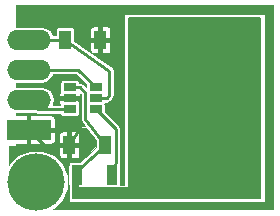
<source format=gbr>
G04 #@! TF.FileFunction,Copper,L1,Top,Signal*
%FSLAX46Y46*%
G04 Gerber Fmt 4.6, Leading zero omitted, Abs format (unit mm)*
G04 Created by KiCad (PCBNEW 4.0.2+dfsg1-stable) date ons 25 jan 2017 10:37:56 CET*
%MOMM*%
G01*
G04 APERTURE LIST*
%ADD10C,0.100000*%
%ADD11R,1.000000X1.600000*%
%ADD12R,0.900000X1.700000*%
%ADD13R,1.060000X0.650000*%
%ADD14R,3.000000X2.000000*%
%ADD15R,3.700000X1.727200*%
%ADD16O,3.700000X1.727200*%
%ADD17C,4.850000*%
%ADD18C,0.250000*%
%ADD19C,0.200000*%
G04 APERTURE END LIST*
D10*
D11*
X8358000Y5715000D03*
X5358000Y5715000D03*
X4977000Y14605000D03*
X7977000Y14605000D03*
D12*
X6043000Y3175000D03*
X8943000Y3175000D03*
D13*
X5377000Y10602000D03*
X5377000Y9652000D03*
X5377000Y8702000D03*
X7577000Y8702000D03*
X7577000Y10602000D03*
X7577000Y9652000D03*
D14*
X11811000Y3048000D03*
D15*
X1905000Y6985000D03*
D16*
X1905000Y9525000D03*
X1905000Y12065000D03*
X1905000Y14605000D03*
D17*
X2540000Y2540000D03*
D18*
X6043000Y3175000D02*
X6043000Y3527000D01*
X6043000Y3527000D02*
X8358000Y5715000D01*
X5377000Y10602000D02*
X6238200Y10602000D01*
X6718300Y7893502D02*
X8358000Y5715000D01*
X6718300Y10121900D02*
X6718300Y7893502D01*
X6238200Y10602000D02*
X6718300Y10121900D01*
X5377000Y9652000D02*
X6014298Y9652000D01*
X6248400Y7113400D02*
X5358000Y5715000D01*
X6248400Y9417898D02*
X6248400Y7113400D01*
X6014298Y9652000D02*
X6248400Y9417898D01*
X1905000Y6985000D02*
X3175000Y5715000D01*
X3175000Y5715000D02*
X5358000Y5715000D01*
X5250000Y9779000D02*
X5377000Y9652000D01*
X7577000Y9652000D02*
X8509000Y9652000D01*
X8737600Y11987400D02*
X4977000Y14605000D01*
X8737600Y9880600D02*
X8737600Y11987400D01*
X8509000Y9652000D02*
X8737600Y9880600D01*
X4977000Y14605000D02*
X1905000Y14605000D01*
X1905000Y9525000D02*
X2728000Y8702000D01*
X2728000Y8702000D02*
X5377000Y8702000D01*
X6114000Y12065000D02*
X1905000Y12065000D01*
X7577000Y10602000D02*
X6114000Y12065000D01*
X8943000Y3175000D02*
X9017000Y3175000D01*
X9017000Y3175000D02*
X9271000Y4360333D01*
X9271000Y4360333D02*
X9271000Y7008000D01*
X9271000Y7008000D02*
X7577000Y8702000D01*
D19*
G36*
X21490000Y1243000D02*
X5688000Y1243000D01*
X5688000Y3202000D01*
X6123000Y3202000D01*
X6123000Y2120900D01*
X6130879Y2081994D01*
X6153273Y2049219D01*
X6186654Y2027739D01*
X6223000Y2020900D01*
X8484225Y2020900D01*
X8493000Y2019123D01*
X9393000Y2019123D01*
X9402444Y2020900D01*
X10287000Y2020900D01*
X10325906Y2028779D01*
X10358681Y2051173D01*
X10380161Y2084554D01*
X10387000Y2120900D01*
X10387000Y16410000D01*
X21490000Y16410000D01*
X21490000Y1243000D01*
X21490000Y1243000D01*
G37*
X21490000Y1243000D02*
X5688000Y1243000D01*
X5688000Y3202000D01*
X6123000Y3202000D01*
X6123000Y2120900D01*
X6130879Y2081994D01*
X6153273Y2049219D01*
X6186654Y2027739D01*
X6223000Y2020900D01*
X8484225Y2020900D01*
X8493000Y2019123D01*
X9393000Y2019123D01*
X9402444Y2020900D01*
X10287000Y2020900D01*
X10325906Y2028779D01*
X10358681Y2051173D01*
X10380161Y2084554D01*
X10387000Y2120900D01*
X10387000Y16410000D01*
X21490000Y16410000D01*
X21490000Y1243000D01*
D10*
G36*
X22610000Y250000D02*
X4002648Y250000D01*
X4053286Y270923D01*
X4806432Y1022756D01*
X5214534Y2005575D01*
X5215463Y3069756D01*
X4809077Y4053286D01*
X4057244Y4806432D01*
X3074425Y5214534D01*
X2010244Y5215463D01*
X1026714Y4809077D01*
X273568Y4057244D01*
X250000Y4000486D01*
X250000Y5471500D01*
X4500000Y5471500D01*
X4500000Y4843790D01*
X4554502Y4712210D01*
X4655209Y4611502D01*
X4786789Y4557000D01*
X5114500Y4557000D01*
X5204000Y4646500D01*
X5204000Y5561000D01*
X5512000Y5561000D01*
X5512000Y4646500D01*
X5601500Y4557000D01*
X5929211Y4557000D01*
X6060791Y4611502D01*
X6161498Y4712210D01*
X6216000Y4843790D01*
X6216000Y5471500D01*
X6126500Y5561000D01*
X5512000Y5561000D01*
X5204000Y5561000D01*
X4589500Y5561000D01*
X4500000Y5471500D01*
X250000Y5471500D01*
X250000Y5573703D01*
X762713Y5581010D01*
X782107Y5585226D01*
X798334Y5596656D01*
X808835Y5613498D01*
X812000Y5631005D01*
X812000Y5763400D01*
X1661500Y5763400D01*
X1751000Y5852900D01*
X1751000Y6831000D01*
X2059000Y6831000D01*
X2059000Y5852900D01*
X2148500Y5763400D01*
X3826211Y5763400D01*
X3957791Y5817902D01*
X4058498Y5918610D01*
X4113000Y6050190D01*
X4113000Y6586210D01*
X4500000Y6586210D01*
X4500000Y5958500D01*
X4589500Y5869000D01*
X5204000Y5869000D01*
X5204000Y6783500D01*
X5512000Y6783500D01*
X5512000Y5869000D01*
X6126500Y5869000D01*
X6216000Y5958500D01*
X6216000Y6586210D01*
X6161498Y6717790D01*
X6060791Y6818498D01*
X5929211Y6873000D01*
X5601500Y6873000D01*
X5512000Y6783500D01*
X5204000Y6783500D01*
X5114500Y6873000D01*
X4786789Y6873000D01*
X4655209Y6818498D01*
X4554502Y6717790D01*
X4500000Y6586210D01*
X4113000Y6586210D01*
X4113000Y6741500D01*
X4023500Y6831000D01*
X2059000Y6831000D01*
X1751000Y6831000D01*
X1731000Y6831000D01*
X1731000Y7139000D01*
X1751000Y7139000D01*
X1751000Y8117100D01*
X2059000Y8117100D01*
X2059000Y7139000D01*
X4023500Y7139000D01*
X4113000Y7228500D01*
X4113000Y7919810D01*
X4058498Y8051390D01*
X3957791Y8152098D01*
X3826211Y8206600D01*
X2148500Y8206600D01*
X2059000Y8117100D01*
X1751000Y8117100D01*
X1661500Y8206600D01*
X812000Y8206600D01*
X812000Y8424421D01*
X877459Y8411400D01*
X2500901Y8411400D01*
X2584494Y8355545D01*
X2728000Y8327000D01*
X4601511Y8327000D01*
X4609535Y8284356D01*
X4664288Y8199268D01*
X4747831Y8142185D01*
X4847000Y8122103D01*
X5907000Y8122103D01*
X5999644Y8139535D01*
X6084732Y8194288D01*
X6141815Y8277831D01*
X6161897Y8377000D01*
X6161897Y9027000D01*
X6154199Y9067911D01*
X6210498Y9124210D01*
X6265000Y9255790D01*
X6265000Y9408500D01*
X6175500Y9498000D01*
X5531000Y9498000D01*
X5531000Y9478000D01*
X5223000Y9478000D01*
X5223000Y9498000D01*
X4578500Y9498000D01*
X4489000Y9408500D01*
X4489000Y9255790D01*
X4543502Y9124210D01*
X4590712Y9077000D01*
X3946777Y9077000D01*
X3961373Y9098844D01*
X4046141Y9525000D01*
X3961373Y9951156D01*
X3719975Y10312434D01*
X3358697Y10553832D01*
X2932541Y10638600D01*
X877459Y10638600D01*
X812000Y10625579D01*
X812000Y10964421D01*
X877459Y10951400D01*
X2932541Y10951400D01*
X3358697Y11036168D01*
X3719975Y11277566D01*
X3961373Y11638844D01*
X3971549Y11690000D01*
X5958670Y11690000D01*
X6792103Y10856567D01*
X6792103Y10578427D01*
X6503365Y10867165D01*
X6381707Y10948455D01*
X6238200Y10977000D01*
X6152489Y10977000D01*
X6144465Y11019644D01*
X6089712Y11104732D01*
X6006169Y11161815D01*
X5907000Y11181897D01*
X4847000Y11181897D01*
X4754356Y11164465D01*
X4669268Y11109712D01*
X4612185Y11026169D01*
X4592103Y10927000D01*
X4592103Y10277000D01*
X4599801Y10236089D01*
X4543502Y10179790D01*
X4489000Y10048210D01*
X4489000Y9895500D01*
X4578500Y9806000D01*
X5223000Y9806000D01*
X5223000Y9826000D01*
X5531000Y9826000D01*
X5531000Y9806000D01*
X6175500Y9806000D01*
X6265000Y9895500D01*
X6265000Y10044870D01*
X6343300Y9966570D01*
X6343300Y7893502D01*
X6352535Y7847074D01*
X6355192Y7799813D01*
X6366680Y7775961D01*
X6371845Y7749996D01*
X6398144Y7710637D01*
X6418685Y7667990D01*
X6727660Y7257487D01*
X6008540Y7249869D01*
X5989130Y7245724D01*
X5972862Y7234354D01*
X5962300Y7217550D01*
X5959107Y7197961D01*
X5963786Y7178673D01*
X5975602Y7162726D01*
X5992690Y7152631D01*
X6009498Y7149874D01*
X6803546Y7156664D01*
X7603103Y6094374D01*
X7603103Y5517504D01*
X6293660Y4279897D01*
X5593000Y4279897D01*
X5500356Y4262465D01*
X5415268Y4207712D01*
X5358185Y4124169D01*
X5338103Y4025000D01*
X5338103Y3987000D01*
X5334000Y3987000D01*
X5314547Y3983061D01*
X5298160Y3971864D01*
X5287419Y3955173D01*
X5284011Y3935959D01*
X5347511Y887959D01*
X5351854Y868592D01*
X5363391Y852441D01*
X5380301Y842051D01*
X5397500Y839000D01*
X21844000Y839000D01*
X21863453Y842939D01*
X21879840Y854136D01*
X21890581Y870827D01*
X21894000Y889000D01*
X21894000Y16764000D01*
X21890061Y16783453D01*
X21878864Y16799840D01*
X21862173Y16810581D01*
X21844000Y16814000D01*
X10033000Y16814000D01*
X10013547Y16810061D01*
X9997160Y16798864D01*
X9986419Y16782173D01*
X9983000Y16764000D01*
X9983000Y2336000D01*
X9647897Y2336000D01*
X9647897Y4025000D01*
X9630465Y4117644D01*
X9609492Y4150236D01*
X9637676Y4281760D01*
X9638261Y4321425D01*
X9646000Y4360333D01*
X9646000Y7008000D01*
X9617455Y7151506D01*
X9536165Y7273165D01*
X8361897Y8447433D01*
X8361897Y9027000D01*
X8344465Y9119644D01*
X8307327Y9177357D01*
X8341815Y9227831D01*
X8351772Y9277000D01*
X8509000Y9277000D01*
X8652507Y9305545D01*
X8774165Y9386835D01*
X9002765Y9615435D01*
X9084055Y9737093D01*
X9112600Y9880600D01*
X9112600Y11987400D01*
X9106085Y12020156D01*
X9106720Y12053548D01*
X9091949Y12091221D01*
X9084055Y12130906D01*
X9065501Y12158674D01*
X9053309Y12189769D01*
X9025244Y12218923D01*
X9002765Y12252565D01*
X8974998Y12271118D01*
X8951834Y12295181D01*
X5983238Y14361500D01*
X7119000Y14361500D01*
X7119000Y13733790D01*
X7173502Y13602210D01*
X7274209Y13501502D01*
X7405789Y13447000D01*
X7733500Y13447000D01*
X7823000Y13536500D01*
X7823000Y14451000D01*
X8131000Y14451000D01*
X8131000Y13536500D01*
X8220500Y13447000D01*
X8548211Y13447000D01*
X8679791Y13501502D01*
X8780498Y13602210D01*
X8835000Y13733790D01*
X8835000Y14361500D01*
X8745500Y14451000D01*
X8131000Y14451000D01*
X7823000Y14451000D01*
X7208500Y14451000D01*
X7119000Y14361500D01*
X5983238Y14361500D01*
X5731897Y14536448D01*
X5731897Y15405000D01*
X5718499Y15476210D01*
X7119000Y15476210D01*
X7119000Y14848500D01*
X7208500Y14759000D01*
X7823000Y14759000D01*
X7823000Y15673500D01*
X8131000Y15673500D01*
X8131000Y14759000D01*
X8745500Y14759000D01*
X8835000Y14848500D01*
X8835000Y15476210D01*
X8780498Y15607790D01*
X8679791Y15708498D01*
X8548211Y15763000D01*
X8220500Y15763000D01*
X8131000Y15673500D01*
X7823000Y15673500D01*
X7733500Y15763000D01*
X7405789Y15763000D01*
X7274209Y15708498D01*
X7173502Y15607790D01*
X7119000Y15476210D01*
X5718499Y15476210D01*
X5714465Y15497644D01*
X5659712Y15582732D01*
X5576169Y15639815D01*
X5477000Y15659897D01*
X4477000Y15659897D01*
X4384356Y15642465D01*
X4299268Y15587712D01*
X4242185Y15504169D01*
X4222103Y15405000D01*
X4222103Y14980000D01*
X3971549Y14980000D01*
X3961373Y15031156D01*
X3719975Y15392434D01*
X3358697Y15633832D01*
X2932541Y15718600D01*
X877459Y15718600D01*
X812000Y15705579D01*
X812000Y17530000D01*
X22610000Y17530000D01*
X22610000Y250000D01*
X22610000Y250000D01*
G37*
X22610000Y250000D02*
X4002648Y250000D01*
X4053286Y270923D01*
X4806432Y1022756D01*
X5214534Y2005575D01*
X5215463Y3069756D01*
X4809077Y4053286D01*
X4057244Y4806432D01*
X3074425Y5214534D01*
X2010244Y5215463D01*
X1026714Y4809077D01*
X273568Y4057244D01*
X250000Y4000486D01*
X250000Y5471500D01*
X4500000Y5471500D01*
X4500000Y4843790D01*
X4554502Y4712210D01*
X4655209Y4611502D01*
X4786789Y4557000D01*
X5114500Y4557000D01*
X5204000Y4646500D01*
X5204000Y5561000D01*
X5512000Y5561000D01*
X5512000Y4646500D01*
X5601500Y4557000D01*
X5929211Y4557000D01*
X6060791Y4611502D01*
X6161498Y4712210D01*
X6216000Y4843790D01*
X6216000Y5471500D01*
X6126500Y5561000D01*
X5512000Y5561000D01*
X5204000Y5561000D01*
X4589500Y5561000D01*
X4500000Y5471500D01*
X250000Y5471500D01*
X250000Y5573703D01*
X762713Y5581010D01*
X782107Y5585226D01*
X798334Y5596656D01*
X808835Y5613498D01*
X812000Y5631005D01*
X812000Y5763400D01*
X1661500Y5763400D01*
X1751000Y5852900D01*
X1751000Y6831000D01*
X2059000Y6831000D01*
X2059000Y5852900D01*
X2148500Y5763400D01*
X3826211Y5763400D01*
X3957791Y5817902D01*
X4058498Y5918610D01*
X4113000Y6050190D01*
X4113000Y6586210D01*
X4500000Y6586210D01*
X4500000Y5958500D01*
X4589500Y5869000D01*
X5204000Y5869000D01*
X5204000Y6783500D01*
X5512000Y6783500D01*
X5512000Y5869000D01*
X6126500Y5869000D01*
X6216000Y5958500D01*
X6216000Y6586210D01*
X6161498Y6717790D01*
X6060791Y6818498D01*
X5929211Y6873000D01*
X5601500Y6873000D01*
X5512000Y6783500D01*
X5204000Y6783500D01*
X5114500Y6873000D01*
X4786789Y6873000D01*
X4655209Y6818498D01*
X4554502Y6717790D01*
X4500000Y6586210D01*
X4113000Y6586210D01*
X4113000Y6741500D01*
X4023500Y6831000D01*
X2059000Y6831000D01*
X1751000Y6831000D01*
X1731000Y6831000D01*
X1731000Y7139000D01*
X1751000Y7139000D01*
X1751000Y8117100D01*
X2059000Y8117100D01*
X2059000Y7139000D01*
X4023500Y7139000D01*
X4113000Y7228500D01*
X4113000Y7919810D01*
X4058498Y8051390D01*
X3957791Y8152098D01*
X3826211Y8206600D01*
X2148500Y8206600D01*
X2059000Y8117100D01*
X1751000Y8117100D01*
X1661500Y8206600D01*
X812000Y8206600D01*
X812000Y8424421D01*
X877459Y8411400D01*
X2500901Y8411400D01*
X2584494Y8355545D01*
X2728000Y8327000D01*
X4601511Y8327000D01*
X4609535Y8284356D01*
X4664288Y8199268D01*
X4747831Y8142185D01*
X4847000Y8122103D01*
X5907000Y8122103D01*
X5999644Y8139535D01*
X6084732Y8194288D01*
X6141815Y8277831D01*
X6161897Y8377000D01*
X6161897Y9027000D01*
X6154199Y9067911D01*
X6210498Y9124210D01*
X6265000Y9255790D01*
X6265000Y9408500D01*
X6175500Y9498000D01*
X5531000Y9498000D01*
X5531000Y9478000D01*
X5223000Y9478000D01*
X5223000Y9498000D01*
X4578500Y9498000D01*
X4489000Y9408500D01*
X4489000Y9255790D01*
X4543502Y9124210D01*
X4590712Y9077000D01*
X3946777Y9077000D01*
X3961373Y9098844D01*
X4046141Y9525000D01*
X3961373Y9951156D01*
X3719975Y10312434D01*
X3358697Y10553832D01*
X2932541Y10638600D01*
X877459Y10638600D01*
X812000Y10625579D01*
X812000Y10964421D01*
X877459Y10951400D01*
X2932541Y10951400D01*
X3358697Y11036168D01*
X3719975Y11277566D01*
X3961373Y11638844D01*
X3971549Y11690000D01*
X5958670Y11690000D01*
X6792103Y10856567D01*
X6792103Y10578427D01*
X6503365Y10867165D01*
X6381707Y10948455D01*
X6238200Y10977000D01*
X6152489Y10977000D01*
X6144465Y11019644D01*
X6089712Y11104732D01*
X6006169Y11161815D01*
X5907000Y11181897D01*
X4847000Y11181897D01*
X4754356Y11164465D01*
X4669268Y11109712D01*
X4612185Y11026169D01*
X4592103Y10927000D01*
X4592103Y10277000D01*
X4599801Y10236089D01*
X4543502Y10179790D01*
X4489000Y10048210D01*
X4489000Y9895500D01*
X4578500Y9806000D01*
X5223000Y9806000D01*
X5223000Y9826000D01*
X5531000Y9826000D01*
X5531000Y9806000D01*
X6175500Y9806000D01*
X6265000Y9895500D01*
X6265000Y10044870D01*
X6343300Y9966570D01*
X6343300Y7893502D01*
X6352535Y7847074D01*
X6355192Y7799813D01*
X6366680Y7775961D01*
X6371845Y7749996D01*
X6398144Y7710637D01*
X6418685Y7667990D01*
X6727660Y7257487D01*
X6008540Y7249869D01*
X5989130Y7245724D01*
X5972862Y7234354D01*
X5962300Y7217550D01*
X5959107Y7197961D01*
X5963786Y7178673D01*
X5975602Y7162726D01*
X5992690Y7152631D01*
X6009498Y7149874D01*
X6803546Y7156664D01*
X7603103Y6094374D01*
X7603103Y5517504D01*
X6293660Y4279897D01*
X5593000Y4279897D01*
X5500356Y4262465D01*
X5415268Y4207712D01*
X5358185Y4124169D01*
X5338103Y4025000D01*
X5338103Y3987000D01*
X5334000Y3987000D01*
X5314547Y3983061D01*
X5298160Y3971864D01*
X5287419Y3955173D01*
X5284011Y3935959D01*
X5347511Y887959D01*
X5351854Y868592D01*
X5363391Y852441D01*
X5380301Y842051D01*
X5397500Y839000D01*
X21844000Y839000D01*
X21863453Y842939D01*
X21879840Y854136D01*
X21890581Y870827D01*
X21894000Y889000D01*
X21894000Y16764000D01*
X21890061Y16783453D01*
X21878864Y16799840D01*
X21862173Y16810581D01*
X21844000Y16814000D01*
X10033000Y16814000D01*
X10013547Y16810061D01*
X9997160Y16798864D01*
X9986419Y16782173D01*
X9983000Y16764000D01*
X9983000Y2336000D01*
X9647897Y2336000D01*
X9647897Y4025000D01*
X9630465Y4117644D01*
X9609492Y4150236D01*
X9637676Y4281760D01*
X9638261Y4321425D01*
X9646000Y4360333D01*
X9646000Y7008000D01*
X9617455Y7151506D01*
X9536165Y7273165D01*
X8361897Y8447433D01*
X8361897Y9027000D01*
X8344465Y9119644D01*
X8307327Y9177357D01*
X8341815Y9227831D01*
X8351772Y9277000D01*
X8509000Y9277000D01*
X8652507Y9305545D01*
X8774165Y9386835D01*
X9002765Y9615435D01*
X9084055Y9737093D01*
X9112600Y9880600D01*
X9112600Y11987400D01*
X9106085Y12020156D01*
X9106720Y12053548D01*
X9091949Y12091221D01*
X9084055Y12130906D01*
X9065501Y12158674D01*
X9053309Y12189769D01*
X9025244Y12218923D01*
X9002765Y12252565D01*
X8974998Y12271118D01*
X8951834Y12295181D01*
X5983238Y14361500D01*
X7119000Y14361500D01*
X7119000Y13733790D01*
X7173502Y13602210D01*
X7274209Y13501502D01*
X7405789Y13447000D01*
X7733500Y13447000D01*
X7823000Y13536500D01*
X7823000Y14451000D01*
X8131000Y14451000D01*
X8131000Y13536500D01*
X8220500Y13447000D01*
X8548211Y13447000D01*
X8679791Y13501502D01*
X8780498Y13602210D01*
X8835000Y13733790D01*
X8835000Y14361500D01*
X8745500Y14451000D01*
X8131000Y14451000D01*
X7823000Y14451000D01*
X7208500Y14451000D01*
X7119000Y14361500D01*
X5983238Y14361500D01*
X5731897Y14536448D01*
X5731897Y15405000D01*
X5718499Y15476210D01*
X7119000Y15476210D01*
X7119000Y14848500D01*
X7208500Y14759000D01*
X7823000Y14759000D01*
X7823000Y15673500D01*
X8131000Y15673500D01*
X8131000Y14759000D01*
X8745500Y14759000D01*
X8835000Y14848500D01*
X8835000Y15476210D01*
X8780498Y15607790D01*
X8679791Y15708498D01*
X8548211Y15763000D01*
X8220500Y15763000D01*
X8131000Y15673500D01*
X7823000Y15673500D01*
X7733500Y15763000D01*
X7405789Y15763000D01*
X7274209Y15708498D01*
X7173502Y15607790D01*
X7119000Y15476210D01*
X5718499Y15476210D01*
X5714465Y15497644D01*
X5659712Y15582732D01*
X5576169Y15639815D01*
X5477000Y15659897D01*
X4477000Y15659897D01*
X4384356Y15642465D01*
X4299268Y15587712D01*
X4242185Y15504169D01*
X4222103Y15405000D01*
X4222103Y14980000D01*
X3971549Y14980000D01*
X3961373Y15031156D01*
X3719975Y15392434D01*
X3358697Y15633832D01*
X2932541Y15718600D01*
X877459Y15718600D01*
X812000Y15705579D01*
X812000Y17530000D01*
X22610000Y17530000D01*
X22610000Y250000D01*
M02*

</source>
